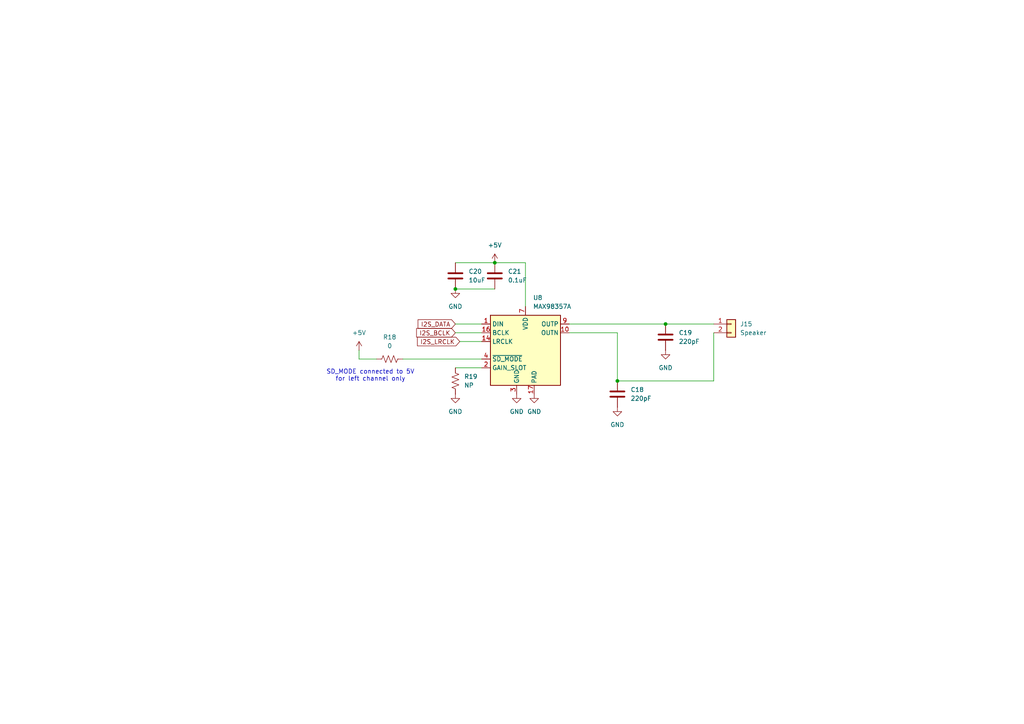
<source format=kicad_sch>
(kicad_sch
	(version 20231120)
	(generator "eeschema")
	(generator_version "8.0")
	(uuid "df73685d-7355-4370-9421-638c518a580c")
	(paper "A4")
	(lib_symbols
		(symbol "Audio:MAX98357A"
			(exclude_from_sim no)
			(in_bom yes)
			(on_board yes)
			(property "Reference" "U"
				(at -8.89 11.43 0)
				(effects
					(font
						(size 1.27 1.27)
					)
				)
			)
			(property "Value" "MAX98357A"
				(at 10.16 11.43 0)
				(effects
					(font
						(size 1.27 1.27)
					)
				)
			)
			(property "Footprint" "Package_DFN_QFN:TQFN-16-1EP_3x3mm_P0.5mm_EP1.23x1.23mm"
				(at -1.27 -2.54 0)
				(effects
					(font
						(size 1.27 1.27)
					)
					(hide yes)
				)
			)
			(property "Datasheet" "https://www.analog.com/media/en/technical-documentation/data-sheets/MAX98357A-MAX98357B.pdf"
				(at 0 -2.54 0)
				(effects
					(font
						(size 1.27 1.27)
					)
					(hide yes)
				)
			)
			(property "Description" "Mono DAC with amplifier, I2S, PCM, TDM, 32-bit, 96khz, 3.2W, TQFP-16"
				(at 0 0 0)
				(effects
					(font
						(size 1.27 1.27)
					)
					(hide yes)
				)
			)
			(property "ki_keywords" "pcm tdm i2s left-justified amplifier audio dac"
				(at 0 0 0)
				(effects
					(font
						(size 1.27 1.27)
					)
					(hide yes)
				)
			)
			(property "ki_fp_filters" "TQFN*3x3mm*P0.5mm*EP1.23x1.23mm*"
				(at 0 0 0)
				(effects
					(font
						(size 1.27 1.27)
					)
					(hide yes)
				)
			)
			(symbol "MAX98357A_1_1"
				(rectangle
					(start -10.16 10.16)
					(end 10.16 -10.16)
					(stroke
						(width 0.254)
						(type default)
					)
					(fill
						(type background)
					)
				)
				(pin input line
					(at -12.7 7.62 0)
					(length 2.54)
					(name "DIN"
						(effects
							(font
								(size 1.27 1.27)
							)
						)
					)
					(number "1"
						(effects
							(font
								(size 1.27 1.27)
							)
						)
					)
				)
				(pin output line
					(at 12.7 5.08 180)
					(length 2.54)
					(name "OUTN"
						(effects
							(font
								(size 1.27 1.27)
							)
						)
					)
					(number "10"
						(effects
							(font
								(size 1.27 1.27)
							)
						)
					)
				)
				(pin passive line
					(at -2.54 -12.7 90)
					(length 2.54) hide
					(name "GND"
						(effects
							(font
								(size 1.27 1.27)
							)
						)
					)
					(number "11"
						(effects
							(font
								(size 1.27 1.27)
							)
						)
					)
				)
				(pin no_connect line
					(at 10.16 -5.08 180)
					(length 2.54) hide
					(name "NC"
						(effects
							(font
								(size 1.27 1.27)
							)
						)
					)
					(number "12"
						(effects
							(font
								(size 1.27 1.27)
							)
						)
					)
				)
				(pin no_connect line
					(at 10.16 -7.62 180)
					(length 2.54) hide
					(name "NC"
						(effects
							(font
								(size 1.27 1.27)
							)
						)
					)
					(number "13"
						(effects
							(font
								(size 1.27 1.27)
							)
						)
					)
				)
				(pin input line
					(at -12.7 2.54 0)
					(length 2.54)
					(name "LRCLK"
						(effects
							(font
								(size 1.27 1.27)
							)
						)
					)
					(number "14"
						(effects
							(font
								(size 1.27 1.27)
							)
						)
					)
				)
				(pin passive line
					(at -2.54 -12.7 90)
					(length 2.54) hide
					(name "GND"
						(effects
							(font
								(size 1.27 1.27)
							)
						)
					)
					(number "15"
						(effects
							(font
								(size 1.27 1.27)
							)
						)
					)
				)
				(pin input line
					(at -12.7 5.08 0)
					(length 2.54)
					(name "BCLK"
						(effects
							(font
								(size 1.27 1.27)
							)
						)
					)
					(number "16"
						(effects
							(font
								(size 1.27 1.27)
							)
						)
					)
				)
				(pin unspecified line
					(at 2.54 -12.7 90)
					(length 2.54)
					(name "PAD"
						(effects
							(font
								(size 1.27 1.27)
							)
						)
					)
					(number "17"
						(effects
							(font
								(size 1.27 1.27)
							)
						)
					)
				)
				(pin passive line
					(at -12.7 -5.08 0)
					(length 2.54)
					(name "GAIN_SLOT"
						(effects
							(font
								(size 1.27 1.27)
							)
						)
					)
					(number "2"
						(effects
							(font
								(size 1.27 1.27)
							)
						)
					)
				)
				(pin power_in line
					(at -2.54 -12.7 90)
					(length 2.54)
					(name "GND"
						(effects
							(font
								(size 1.27 1.27)
							)
						)
					)
					(number "3"
						(effects
							(font
								(size 1.27 1.27)
							)
						)
					)
				)
				(pin input line
					(at -12.7 -2.54 0)
					(length 2.54)
					(name "~{SD_MODE}"
						(effects
							(font
								(size 1.27 1.27)
							)
						)
					)
					(number "4"
						(effects
							(font
								(size 1.27 1.27)
							)
						)
					)
				)
				(pin no_connect line
					(at 10.16 2.54 180)
					(length 2.54) hide
					(name "NC"
						(effects
							(font
								(size 1.27 1.27)
							)
						)
					)
					(number "5"
						(effects
							(font
								(size 1.27 1.27)
							)
						)
					)
				)
				(pin no_connect line
					(at 10.16 0 180)
					(length 2.54) hide
					(name "NC"
						(effects
							(font
								(size 1.27 1.27)
							)
						)
					)
					(number "6"
						(effects
							(font
								(size 1.27 1.27)
							)
						)
					)
				)
				(pin power_in line
					(at 0 12.7 270)
					(length 2.54)
					(name "VDD"
						(effects
							(font
								(size 1.27 1.27)
							)
						)
					)
					(number "7"
						(effects
							(font
								(size 1.27 1.27)
							)
						)
					)
				)
				(pin passive line
					(at 0 12.7 270)
					(length 2.54) hide
					(name "VDD"
						(effects
							(font
								(size 1.27 1.27)
							)
						)
					)
					(number "8"
						(effects
							(font
								(size 1.27 1.27)
							)
						)
					)
				)
				(pin output line
					(at 12.7 7.62 180)
					(length 2.54)
					(name "OUTP"
						(effects
							(font
								(size 1.27 1.27)
							)
						)
					)
					(number "9"
						(effects
							(font
								(size 1.27 1.27)
							)
						)
					)
				)
			)
		)
		(symbol "Connector_Generic:Conn_01x02"
			(pin_names
				(offset 1.016) hide)
			(exclude_from_sim no)
			(in_bom yes)
			(on_board yes)
			(property "Reference" "J"
				(at 0 2.54 0)
				(effects
					(font
						(size 1.27 1.27)
					)
				)
			)
			(property "Value" "Conn_01x02"
				(at 0 -5.08 0)
				(effects
					(font
						(size 1.27 1.27)
					)
				)
			)
			(property "Footprint" ""
				(at 0 0 0)
				(effects
					(font
						(size 1.27 1.27)
					)
					(hide yes)
				)
			)
			(property "Datasheet" "~"
				(at 0 0 0)
				(effects
					(font
						(size 1.27 1.27)
					)
					(hide yes)
				)
			)
			(property "Description" "Generic connector, single row, 01x02, script generated (kicad-library-utils/schlib/autogen/connector/)"
				(at 0 0 0)
				(effects
					(font
						(size 1.27 1.27)
					)
					(hide yes)
				)
			)
			(property "ki_keywords" "connector"
				(at 0 0 0)
				(effects
					(font
						(size 1.27 1.27)
					)
					(hide yes)
				)
			)
			(property "ki_fp_filters" "Connector*:*_1x??_*"
				(at 0 0 0)
				(effects
					(font
						(size 1.27 1.27)
					)
					(hide yes)
				)
			)
			(symbol "Conn_01x02_1_1"
				(rectangle
					(start -1.27 -2.413)
					(end 0 -2.667)
					(stroke
						(width 0.1524)
						(type default)
					)
					(fill
						(type none)
					)
				)
				(rectangle
					(start -1.27 0.127)
					(end 0 -0.127)
					(stroke
						(width 0.1524)
						(type default)
					)
					(fill
						(type none)
					)
				)
				(rectangle
					(start -1.27 1.27)
					(end 1.27 -3.81)
					(stroke
						(width 0.254)
						(type default)
					)
					(fill
						(type background)
					)
				)
				(pin passive line
					(at -5.08 0 0)
					(length 3.81)
					(name "Pin_1"
						(effects
							(font
								(size 1.27 1.27)
							)
						)
					)
					(number "1"
						(effects
							(font
								(size 1.27 1.27)
							)
						)
					)
				)
				(pin passive line
					(at -5.08 -2.54 0)
					(length 3.81)
					(name "Pin_2"
						(effects
							(font
								(size 1.27 1.27)
							)
						)
					)
					(number "2"
						(effects
							(font
								(size 1.27 1.27)
							)
						)
					)
				)
			)
		)
		(symbol "Device:C"
			(pin_numbers hide)
			(pin_names
				(offset 0.254)
			)
			(exclude_from_sim no)
			(in_bom yes)
			(on_board yes)
			(property "Reference" "C"
				(at 0.635 2.54 0)
				(effects
					(font
						(size 1.27 1.27)
					)
					(justify left)
				)
			)
			(property "Value" "C"
				(at 0.635 -2.54 0)
				(effects
					(font
						(size 1.27 1.27)
					)
					(justify left)
				)
			)
			(property "Footprint" ""
				(at 0.9652 -3.81 0)
				(effects
					(font
						(size 1.27 1.27)
					)
					(hide yes)
				)
			)
			(property "Datasheet" "~"
				(at 0 0 0)
				(effects
					(font
						(size 1.27 1.27)
					)
					(hide yes)
				)
			)
			(property "Description" "Unpolarized capacitor"
				(at 0 0 0)
				(effects
					(font
						(size 1.27 1.27)
					)
					(hide yes)
				)
			)
			(property "ki_keywords" "cap capacitor"
				(at 0 0 0)
				(effects
					(font
						(size 1.27 1.27)
					)
					(hide yes)
				)
			)
			(property "ki_fp_filters" "C_*"
				(at 0 0 0)
				(effects
					(font
						(size 1.27 1.27)
					)
					(hide yes)
				)
			)
			(symbol "C_0_1"
				(polyline
					(pts
						(xy -2.032 -0.762) (xy 2.032 -0.762)
					)
					(stroke
						(width 0.508)
						(type default)
					)
					(fill
						(type none)
					)
				)
				(polyline
					(pts
						(xy -2.032 0.762) (xy 2.032 0.762)
					)
					(stroke
						(width 0.508)
						(type default)
					)
					(fill
						(type none)
					)
				)
			)
			(symbol "C_1_1"
				(pin passive line
					(at 0 3.81 270)
					(length 2.794)
					(name "~"
						(effects
							(font
								(size 1.27 1.27)
							)
						)
					)
					(number "1"
						(effects
							(font
								(size 1.27 1.27)
							)
						)
					)
				)
				(pin passive line
					(at 0 -3.81 90)
					(length 2.794)
					(name "~"
						(effects
							(font
								(size 1.27 1.27)
							)
						)
					)
					(number "2"
						(effects
							(font
								(size 1.27 1.27)
							)
						)
					)
				)
			)
		)
		(symbol "Device:R_US"
			(pin_numbers hide)
			(pin_names
				(offset 0)
			)
			(exclude_from_sim no)
			(in_bom yes)
			(on_board yes)
			(property "Reference" "R"
				(at 2.54 0 90)
				(effects
					(font
						(size 1.27 1.27)
					)
				)
			)
			(property "Value" "R_US"
				(at -2.54 0 90)
				(effects
					(font
						(size 1.27 1.27)
					)
				)
			)
			(property "Footprint" ""
				(at 1.016 -0.254 90)
				(effects
					(font
						(size 1.27 1.27)
					)
					(hide yes)
				)
			)
			(property "Datasheet" "~"
				(at 0 0 0)
				(effects
					(font
						(size 1.27 1.27)
					)
					(hide yes)
				)
			)
			(property "Description" "Resistor, US symbol"
				(at 0 0 0)
				(effects
					(font
						(size 1.27 1.27)
					)
					(hide yes)
				)
			)
			(property "ki_keywords" "R res resistor"
				(at 0 0 0)
				(effects
					(font
						(size 1.27 1.27)
					)
					(hide yes)
				)
			)
			(property "ki_fp_filters" "R_*"
				(at 0 0 0)
				(effects
					(font
						(size 1.27 1.27)
					)
					(hide yes)
				)
			)
			(symbol "R_US_0_1"
				(polyline
					(pts
						(xy 0 -2.286) (xy 0 -2.54)
					)
					(stroke
						(width 0)
						(type default)
					)
					(fill
						(type none)
					)
				)
				(polyline
					(pts
						(xy 0 2.286) (xy 0 2.54)
					)
					(stroke
						(width 0)
						(type default)
					)
					(fill
						(type none)
					)
				)
				(polyline
					(pts
						(xy 0 -0.762) (xy 1.016 -1.143) (xy 0 -1.524) (xy -1.016 -1.905) (xy 0 -2.286)
					)
					(stroke
						(width 0)
						(type default)
					)
					(fill
						(type none)
					)
				)
				(polyline
					(pts
						(xy 0 0.762) (xy 1.016 0.381) (xy 0 0) (xy -1.016 -0.381) (xy 0 -0.762)
					)
					(stroke
						(width 0)
						(type default)
					)
					(fill
						(type none)
					)
				)
				(polyline
					(pts
						(xy 0 2.286) (xy 1.016 1.905) (xy 0 1.524) (xy -1.016 1.143) (xy 0 0.762)
					)
					(stroke
						(width 0)
						(type default)
					)
					(fill
						(type none)
					)
				)
			)
			(symbol "R_US_1_1"
				(pin passive line
					(at 0 3.81 270)
					(length 1.27)
					(name "~"
						(effects
							(font
								(size 1.27 1.27)
							)
						)
					)
					(number "1"
						(effects
							(font
								(size 1.27 1.27)
							)
						)
					)
				)
				(pin passive line
					(at 0 -3.81 90)
					(length 1.27)
					(name "~"
						(effects
							(font
								(size 1.27 1.27)
							)
						)
					)
					(number "2"
						(effects
							(font
								(size 1.27 1.27)
							)
						)
					)
				)
			)
		)
		(symbol "power:+5V"
			(power)
			(pin_numbers hide)
			(pin_names
				(offset 0) hide)
			(exclude_from_sim no)
			(in_bom yes)
			(on_board yes)
			(property "Reference" "#PWR"
				(at 0 -3.81 0)
				(effects
					(font
						(size 1.27 1.27)
					)
					(hide yes)
				)
			)
			(property "Value" "+5V"
				(at 0 3.556 0)
				(effects
					(font
						(size 1.27 1.27)
					)
				)
			)
			(property "Footprint" ""
				(at 0 0 0)
				(effects
					(font
						(size 1.27 1.27)
					)
					(hide yes)
				)
			)
			(property "Datasheet" ""
				(at 0 0 0)
				(effects
					(font
						(size 1.27 1.27)
					)
					(hide yes)
				)
			)
			(property "Description" "Power symbol creates a global label with name \"+5V\""
				(at 0 0 0)
				(effects
					(font
						(size 1.27 1.27)
					)
					(hide yes)
				)
			)
			(property "ki_keywords" "global power"
				(at 0 0 0)
				(effects
					(font
						(size 1.27 1.27)
					)
					(hide yes)
				)
			)
			(symbol "+5V_0_1"
				(polyline
					(pts
						(xy -0.762 1.27) (xy 0 2.54)
					)
					(stroke
						(width 0)
						(type default)
					)
					(fill
						(type none)
					)
				)
				(polyline
					(pts
						(xy 0 0) (xy 0 2.54)
					)
					(stroke
						(width 0)
						(type default)
					)
					(fill
						(type none)
					)
				)
				(polyline
					(pts
						(xy 0 2.54) (xy 0.762 1.27)
					)
					(stroke
						(width 0)
						(type default)
					)
					(fill
						(type none)
					)
				)
			)
			(symbol "+5V_1_1"
				(pin power_in line
					(at 0 0 90)
					(length 0)
					(name "~"
						(effects
							(font
								(size 1.27 1.27)
							)
						)
					)
					(number "1"
						(effects
							(font
								(size 1.27 1.27)
							)
						)
					)
				)
			)
		)
		(symbol "power:GND"
			(power)
			(pin_numbers hide)
			(pin_names
				(offset 0) hide)
			(exclude_from_sim no)
			(in_bom yes)
			(on_board yes)
			(property "Reference" "#PWR"
				(at 0 -6.35 0)
				(effects
					(font
						(size 1.27 1.27)
					)
					(hide yes)
				)
			)
			(property "Value" "GND"
				(at 0 -3.81 0)
				(effects
					(font
						(size 1.27 1.27)
					)
				)
			)
			(property "Footprint" ""
				(at 0 0 0)
				(effects
					(font
						(size 1.27 1.27)
					)
					(hide yes)
				)
			)
			(property "Datasheet" ""
				(at 0 0 0)
				(effects
					(font
						(size 1.27 1.27)
					)
					(hide yes)
				)
			)
			(property "Description" "Power symbol creates a global label with name \"GND\" , ground"
				(at 0 0 0)
				(effects
					(font
						(size 1.27 1.27)
					)
					(hide yes)
				)
			)
			(property "ki_keywords" "global power"
				(at 0 0 0)
				(effects
					(font
						(size 1.27 1.27)
					)
					(hide yes)
				)
			)
			(symbol "GND_0_1"
				(polyline
					(pts
						(xy 0 0) (xy 0 -1.27) (xy 1.27 -1.27) (xy 0 -2.54) (xy -1.27 -1.27) (xy 0 -1.27)
					)
					(stroke
						(width 0)
						(type default)
					)
					(fill
						(type none)
					)
				)
			)
			(symbol "GND_1_1"
				(pin power_in line
					(at 0 0 270)
					(length 0)
					(name "~"
						(effects
							(font
								(size 1.27 1.27)
							)
						)
					)
					(number "1"
						(effects
							(font
								(size 1.27 1.27)
							)
						)
					)
				)
			)
		)
	)
	(junction
		(at 179.07 110.49)
		(diameter 0)
		(color 0 0 0 0)
		(uuid "35cd2bf5-a651-4c23-a5a5-785ef5b42c82")
	)
	(junction
		(at 132.08 83.82)
		(diameter 0)
		(color 0 0 0 0)
		(uuid "5b2bebfa-63ca-4938-8147-91e39cd27e29")
	)
	(junction
		(at 193.04 93.98)
		(diameter 0)
		(color 0 0 0 0)
		(uuid "858161cb-af9a-4bad-99ff-2ea8670540b2")
	)
	(junction
		(at 143.51 76.2)
		(diameter 0)
		(color 0 0 0 0)
		(uuid "d502554d-473d-4d29-9671-b01e01c614d5")
	)
	(wire
		(pts
			(xy 104.14 104.14) (xy 104.14 101.6)
		)
		(stroke
			(width 0)
			(type default)
		)
		(uuid "0624a835-268a-4575-b50c-0c24f6fb6ace")
	)
	(wire
		(pts
			(xy 143.51 76.2) (xy 152.4 76.2)
		)
		(stroke
			(width 0)
			(type default)
		)
		(uuid "11cbe0e6-edb1-486c-b00d-3202360b1e0e")
	)
	(wire
		(pts
			(xy 132.08 83.82) (xy 143.51 83.82)
		)
		(stroke
			(width 0)
			(type default)
		)
		(uuid "2594eb99-805b-431f-9845-f1781715b75b")
	)
	(wire
		(pts
			(xy 179.07 96.52) (xy 179.07 110.49)
		)
		(stroke
			(width 0)
			(type default)
		)
		(uuid "3cc51fca-0629-41f8-998e-aabe7a81e05c")
	)
	(wire
		(pts
			(xy 152.4 76.2) (xy 152.4 88.9)
		)
		(stroke
			(width 0)
			(type default)
		)
		(uuid "422049e8-8dc0-4dfc-acb3-b858e068f0e2")
	)
	(wire
		(pts
			(xy 132.08 76.2) (xy 143.51 76.2)
		)
		(stroke
			(width 0)
			(type default)
		)
		(uuid "4f4854fa-044a-4c12-8524-964628339af6")
	)
	(wire
		(pts
			(xy 132.08 96.52) (xy 139.7 96.52)
		)
		(stroke
			(width 0)
			(type default)
		)
		(uuid "5045fb93-4a26-4696-bbc6-8528b0eacb6b")
	)
	(wire
		(pts
			(xy 179.07 96.52) (xy 165.1 96.52)
		)
		(stroke
			(width 0)
			(type default)
		)
		(uuid "5b9cef89-3fd2-4259-a4f6-2f4b80a5a354")
	)
	(wire
		(pts
			(xy 207.01 110.49) (xy 179.07 110.49)
		)
		(stroke
			(width 0)
			(type default)
		)
		(uuid "5e708168-0901-43e3-9183-70e229c60673")
	)
	(wire
		(pts
			(xy 207.01 96.52) (xy 207.01 110.49)
		)
		(stroke
			(width 0)
			(type default)
		)
		(uuid "69fdf66d-e70f-47bd-b16f-f2131484f841")
	)
	(wire
		(pts
			(xy 132.08 106.68) (xy 139.7 106.68)
		)
		(stroke
			(width 0)
			(type default)
		)
		(uuid "7f5bd0a0-c4ab-47a4-80fe-f1b46b7858dc")
	)
	(wire
		(pts
			(xy 116.84 104.14) (xy 139.7 104.14)
		)
		(stroke
			(width 0)
			(type default)
		)
		(uuid "a34decfd-d43b-4be9-a7d7-0889016ea3b9")
	)
	(wire
		(pts
			(xy 104.14 104.14) (xy 109.22 104.14)
		)
		(stroke
			(width 0)
			(type default)
		)
		(uuid "c01c16ad-c23a-4d70-adfa-5ae5635cfb76")
	)
	(wire
		(pts
			(xy 165.1 93.98) (xy 193.04 93.98)
		)
		(stroke
			(width 0)
			(type default)
		)
		(uuid "c7960e7e-a013-41d3-86f7-591d1d206a61")
	)
	(wire
		(pts
			(xy 132.08 93.98) (xy 139.7 93.98)
		)
		(stroke
			(width 0)
			(type default)
		)
		(uuid "c9ce9b95-3f20-4654-8a51-9cc34f2c7ce9")
	)
	(wire
		(pts
			(xy 133.35 99.06) (xy 139.7 99.06)
		)
		(stroke
			(width 0)
			(type default)
		)
		(uuid "d3f2e924-9590-462e-8771-19849df596ef")
	)
	(wire
		(pts
			(xy 193.04 93.98) (xy 207.01 93.98)
		)
		(stroke
			(width 0)
			(type default)
		)
		(uuid "e362db20-fc8d-44f9-8e6f-b98e30ac7128")
	)
	(text "SD_MODE connected to 5V\nfor left channel only\n"
		(exclude_from_sim no)
		(at 107.442 108.966 0)
		(effects
			(font
				(size 1.27 1.27)
			)
		)
		(uuid "eb964b54-e97d-459c-8879-2c403f717bdf")
	)
	(global_label "I2S_DATA"
		(shape input)
		(at 132.08 93.98 180)
		(fields_autoplaced yes)
		(effects
			(font
				(size 1.27 1.27)
			)
			(justify right)
		)
		(uuid "44d3b98d-4559-4e09-a86b-09385c5d52da")
		(property "Intersheetrefs" "${INTERSHEET_REFS}"
			(at 120.6886 93.98 0)
			(effects
				(font
					(size 1.27 1.27)
				)
				(justify right)
				(hide yes)
			)
		)
	)
	(global_label "I2S_BCLK"
		(shape input)
		(at 132.08 96.52 180)
		(fields_autoplaced yes)
		(effects
			(font
				(size 1.27 1.27)
			)
			(justify right)
		)
		(uuid "73d38840-3507-4c82-8614-24a56d404125")
		(property "Intersheetrefs" "${INTERSHEET_REFS}"
			(at 120.2653 96.52 0)
			(effects
				(font
					(size 1.27 1.27)
				)
				(justify right)
				(hide yes)
			)
		)
	)
	(global_label "I2S_LRCLK"
		(shape input)
		(at 133.35 99.06 180)
		(fields_autoplaced yes)
		(effects
			(font
				(size 1.27 1.27)
			)
			(justify right)
		)
		(uuid "ea0ff838-bb22-4a64-a360-af56494e79f5")
		(property "Intersheetrefs" "${INTERSHEET_REFS}"
			(at 120.5072 99.06 0)
			(effects
				(font
					(size 1.27 1.27)
				)
				(justify right)
				(hide yes)
			)
		)
	)
	(symbol
		(lib_id "Connector_Generic:Conn_01x02")
		(at 212.09 93.98 0)
		(unit 1)
		(exclude_from_sim no)
		(in_bom yes)
		(on_board yes)
		(dnp no)
		(fields_autoplaced yes)
		(uuid "0e571e22-c261-436c-b445-2258a0108294")
		(property "Reference" "J15"
			(at 214.63 93.9799 0)
			(effects
				(font
					(size 1.27 1.27)
				)
				(justify left)
			)
		)
		(property "Value" "Speaker"
			(at 214.63 96.5199 0)
			(effects
				(font
					(size 1.27 1.27)
				)
				(justify left)
			)
		)
		(property "Footprint" "Connector_JST:JST_GH_BM02B-GHS-TBT_1x02-1MP_P1.25mm_Vertical"
			(at 212.09 93.98 0)
			(effects
				(font
					(size 1.27 1.27)
				)
				(hide yes)
			)
		)
		(property "Datasheet" "~"
			(at 212.09 93.98 0)
			(effects
				(font
					(size 1.27 1.27)
				)
				(hide yes)
			)
		)
		(property "Description" "Generic connector, single row, 01x02, script generated (kicad-library-utils/schlib/autogen/connector/)"
			(at 212.09 93.98 0)
			(effects
				(font
					(size 1.27 1.27)
				)
				(hide yes)
			)
		)
		(pin "2"
			(uuid "985c757a-13d7-45d0-a4b6-98f526e4bf8c")
		)
		(pin "1"
			(uuid "539ba8de-b38a-4c7b-9aab-199972f13d97")
		)
		(instances
			(project "FS6"
				(path "/f9f54452-72bc-42e0-a85c-2b2c5cedd536/069004a8-8e7b-484b-a9d3-3826265afee6"
					(reference "J15")
					(unit 1)
				)
			)
		)
	)
	(symbol
		(lib_id "Device:R_US")
		(at 132.08 110.49 180)
		(unit 1)
		(exclude_from_sim no)
		(in_bom yes)
		(on_board yes)
		(dnp no)
		(fields_autoplaced yes)
		(uuid "107cbe60-d1f3-400d-ad8e-cbf81c2e58ce")
		(property "Reference" "R19"
			(at 134.62 109.2199 0)
			(effects
				(font
					(size 1.27 1.27)
				)
				(justify right)
			)
		)
		(property "Value" "NP"
			(at 134.62 111.7599 0)
			(effects
				(font
					(size 1.27 1.27)
				)
				(justify right)
			)
		)
		(property "Footprint" "Resistor_SMD:R_0805_2012Metric_Pad1.20x1.40mm_HandSolder"
			(at 131.064 110.236 90)
			(effects
				(font
					(size 1.27 1.27)
				)
				(hide yes)
			)
		)
		(property "Datasheet" "~"
			(at 132.08 110.49 0)
			(effects
				(font
					(size 1.27 1.27)
				)
				(hide yes)
			)
		)
		(property "Description" "Resistor, US symbol"
			(at 132.08 110.49 0)
			(effects
				(font
					(size 1.27 1.27)
				)
				(hide yes)
			)
		)
		(pin "1"
			(uuid "97435626-b323-455b-87e1-e1660430f71a")
		)
		(pin "2"
			(uuid "bc3df974-d9ad-42a2-8c9c-3b99babf77af")
		)
		(instances
			(project "FS6"
				(path "/f9f54452-72bc-42e0-a85c-2b2c5cedd536/069004a8-8e7b-484b-a9d3-3826265afee6"
					(reference "R19")
					(unit 1)
				)
			)
		)
	)
	(symbol
		(lib_id "power:+5V")
		(at 104.14 101.6 0)
		(unit 1)
		(exclude_from_sim no)
		(in_bom yes)
		(on_board yes)
		(dnp no)
		(fields_autoplaced yes)
		(uuid "206d022c-416b-4482-b4f8-dfa048a5f5c5")
		(property "Reference" "#PWR036"
			(at 104.14 105.41 0)
			(effects
				(font
					(size 1.27 1.27)
				)
				(hide yes)
			)
		)
		(property "Value" "+5V"
			(at 104.14 96.52 0)
			(effects
				(font
					(size 1.27 1.27)
				)
			)
		)
		(property "Footprint" ""
			(at 104.14 101.6 0)
			(effects
				(font
					(size 1.27 1.27)
				)
				(hide yes)
			)
		)
		(property "Datasheet" ""
			(at 104.14 101.6 0)
			(effects
				(font
					(size 1.27 1.27)
				)
				(hide yes)
			)
		)
		(property "Description" "Power symbol creates a global label with name \"+5V\""
			(at 104.14 101.6 0)
			(effects
				(font
					(size 1.27 1.27)
				)
				(hide yes)
			)
		)
		(pin "1"
			(uuid "388ce1f7-755b-44ab-9c72-dda723b24cef")
		)
		(instances
			(project "FS6"
				(path "/f9f54452-72bc-42e0-a85c-2b2c5cedd536/069004a8-8e7b-484b-a9d3-3826265afee6"
					(reference "#PWR036")
					(unit 1)
				)
			)
		)
	)
	(symbol
		(lib_id "power:GND")
		(at 132.08 114.3 0)
		(unit 1)
		(exclude_from_sim no)
		(in_bom yes)
		(on_board yes)
		(dnp no)
		(fields_autoplaced yes)
		(uuid "43f0c874-ca1e-4c2a-907b-113aca22fddb")
		(property "Reference" "#PWR038"
			(at 132.08 120.65 0)
			(effects
				(font
					(size 1.27 1.27)
				)
				(hide yes)
			)
		)
		(property "Value" "GND"
			(at 132.08 119.38 0)
			(effects
				(font
					(size 1.27 1.27)
				)
			)
		)
		(property "Footprint" ""
			(at 132.08 114.3 0)
			(effects
				(font
					(size 1.27 1.27)
				)
				(hide yes)
			)
		)
		(property "Datasheet" ""
			(at 132.08 114.3 0)
			(effects
				(font
					(size 1.27 1.27)
				)
				(hide yes)
			)
		)
		(property "Description" "Power symbol creates a global label with name \"GND\" , ground"
			(at 132.08 114.3 0)
			(effects
				(font
					(size 1.27 1.27)
				)
				(hide yes)
			)
		)
		(pin "1"
			(uuid "f9bf7443-a2cf-4eac-a67a-e5379c364d68")
		)
		(instances
			(project "FS6"
				(path "/f9f54452-72bc-42e0-a85c-2b2c5cedd536/069004a8-8e7b-484b-a9d3-3826265afee6"
					(reference "#PWR038")
					(unit 1)
				)
			)
		)
	)
	(symbol
		(lib_id "power:GND")
		(at 149.86 114.3 0)
		(unit 1)
		(exclude_from_sim no)
		(in_bom yes)
		(on_board yes)
		(dnp no)
		(fields_autoplaced yes)
		(uuid "466fe491-8936-4daa-89ab-b020e3ff656a")
		(property "Reference" "#PWR040"
			(at 149.86 120.65 0)
			(effects
				(font
					(size 1.27 1.27)
				)
				(hide yes)
			)
		)
		(property "Value" "GND"
			(at 149.86 119.38 0)
			(effects
				(font
					(size 1.27 1.27)
				)
			)
		)
		(property "Footprint" ""
			(at 149.86 114.3 0)
			(effects
				(font
					(size 1.27 1.27)
				)
				(hide yes)
			)
		)
		(property "Datasheet" ""
			(at 149.86 114.3 0)
			(effects
				(font
					(size 1.27 1.27)
				)
				(hide yes)
			)
		)
		(property "Description" "Power symbol creates a global label with name \"GND\" , ground"
			(at 149.86 114.3 0)
			(effects
				(font
					(size 1.27 1.27)
				)
				(hide yes)
			)
		)
		(pin "1"
			(uuid "aafd19f9-9ea0-4e90-b71a-67708cc431f2")
		)
		(instances
			(project "FS6"
				(path "/f9f54452-72bc-42e0-a85c-2b2c5cedd536/069004a8-8e7b-484b-a9d3-3826265afee6"
					(reference "#PWR040")
					(unit 1)
				)
			)
		)
	)
	(symbol
		(lib_id "power:GND")
		(at 179.07 118.11 0)
		(unit 1)
		(exclude_from_sim no)
		(in_bom yes)
		(on_board yes)
		(dnp no)
		(fields_autoplaced yes)
		(uuid "5597448e-499d-47b6-97e4-19d56a9a61e2")
		(property "Reference" "#PWR042"
			(at 179.07 124.46 0)
			(effects
				(font
					(size 1.27 1.27)
				)
				(hide yes)
			)
		)
		(property "Value" "GND"
			(at 179.07 123.19 0)
			(effects
				(font
					(size 1.27 1.27)
				)
			)
		)
		(property "Footprint" ""
			(at 179.07 118.11 0)
			(effects
				(font
					(size 1.27 1.27)
				)
				(hide yes)
			)
		)
		(property "Datasheet" ""
			(at 179.07 118.11 0)
			(effects
				(font
					(size 1.27 1.27)
				)
				(hide yes)
			)
		)
		(property "Description" "Power symbol creates a global label with name \"GND\" , ground"
			(at 179.07 118.11 0)
			(effects
				(font
					(size 1.27 1.27)
				)
				(hide yes)
			)
		)
		(pin "1"
			(uuid "e649f40c-6229-486c-841e-c7946f178d95")
		)
		(instances
			(project "FS6"
				(path "/f9f54452-72bc-42e0-a85c-2b2c5cedd536/069004a8-8e7b-484b-a9d3-3826265afee6"
					(reference "#PWR042")
					(unit 1)
				)
			)
		)
	)
	(symbol
		(lib_id "Device:C")
		(at 179.07 114.3 0)
		(unit 1)
		(exclude_from_sim no)
		(in_bom yes)
		(on_board yes)
		(dnp no)
		(fields_autoplaced yes)
		(uuid "710d46eb-8b0c-492e-8edf-c5f338d82c60")
		(property "Reference" "C18"
			(at 182.88 113.0299 0)
			(effects
				(font
					(size 1.27 1.27)
				)
				(justify left)
			)
		)
		(property "Value" "220pF"
			(at 182.88 115.5699 0)
			(effects
				(font
					(size 1.27 1.27)
				)
				(justify left)
			)
		)
		(property "Footprint" "Capacitor_SMD:C_0805_2012Metric_Pad1.18x1.45mm_HandSolder"
			(at 180.0352 118.11 0)
			(effects
				(font
					(size 1.27 1.27)
				)
				(hide yes)
			)
		)
		(property "Datasheet" "~"
			(at 179.07 114.3 0)
			(effects
				(font
					(size 1.27 1.27)
				)
				(hide yes)
			)
		)
		(property "Description" "Unpolarized capacitor"
			(at 179.07 114.3 0)
			(effects
				(font
					(size 1.27 1.27)
				)
				(hide yes)
			)
		)
		(pin "2"
			(uuid "b647ee78-ed68-44ff-be8e-f9c480acdae7")
		)
		(pin "1"
			(uuid "daf2829b-3149-406f-ae19-56cccd7ff8b9")
		)
		(instances
			(project "FS6"
				(path "/f9f54452-72bc-42e0-a85c-2b2c5cedd536/069004a8-8e7b-484b-a9d3-3826265afee6"
					(reference "C18")
					(unit 1)
				)
			)
		)
	)
	(symbol
		(lib_id "Device:C")
		(at 143.51 80.01 0)
		(unit 1)
		(exclude_from_sim no)
		(in_bom yes)
		(on_board yes)
		(dnp no)
		(fields_autoplaced yes)
		(uuid "76340bd7-5dba-45a9-abac-7c6e6e5afae1")
		(property "Reference" "C21"
			(at 147.32 78.7399 0)
			(effects
				(font
					(size 1.27 1.27)
				)
				(justify left)
			)
		)
		(property "Value" "0.1uF"
			(at 147.32 81.2799 0)
			(effects
				(font
					(size 1.27 1.27)
				)
				(justify left)
			)
		)
		(property "Footprint" "Capacitor_SMD:C_0805_2012Metric_Pad1.18x1.45mm_HandSolder"
			(at 144.4752 83.82 0)
			(effects
				(font
					(size 1.27 1.27)
				)
				(hide yes)
			)
		)
		(property "Datasheet" "~"
			(at 143.51 80.01 0)
			(effects
				(font
					(size 1.27 1.27)
				)
				(hide yes)
			)
		)
		(property "Description" "Unpolarized capacitor"
			(at 143.51 80.01 0)
			(effects
				(font
					(size 1.27 1.27)
				)
				(hide yes)
			)
		)
		(pin "1"
			(uuid "ce681459-34c5-461f-8acf-990b764182c3")
		)
		(pin "2"
			(uuid "22570bfc-b9ad-4046-8b88-8824aae3abd3")
		)
		(instances
			(project "FS6"
				(path "/f9f54452-72bc-42e0-a85c-2b2c5cedd536/069004a8-8e7b-484b-a9d3-3826265afee6"
					(reference "C21")
					(unit 1)
				)
			)
		)
	)
	(symbol
		(lib_id "power:GND")
		(at 193.04 101.6 0)
		(unit 1)
		(exclude_from_sim no)
		(in_bom yes)
		(on_board yes)
		(dnp no)
		(fields_autoplaced yes)
		(uuid "7d65fd7a-8c0b-43e6-bebf-c40dd3767c86")
		(property "Reference" "#PWR043"
			(at 193.04 107.95 0)
			(effects
				(font
					(size 1.27 1.27)
				)
				(hide yes)
			)
		)
		(property "Value" "GND"
			(at 193.04 106.68 0)
			(effects
				(font
					(size 1.27 1.27)
				)
			)
		)
		(property "Footprint" ""
			(at 193.04 101.6 0)
			(effects
				(font
					(size 1.27 1.27)
				)
				(hide yes)
			)
		)
		(property "Datasheet" ""
			(at 193.04 101.6 0)
			(effects
				(font
					(size 1.27 1.27)
				)
				(hide yes)
			)
		)
		(property "Description" "Power symbol creates a global label with name \"GND\" , ground"
			(at 193.04 101.6 0)
			(effects
				(font
					(size 1.27 1.27)
				)
				(hide yes)
			)
		)
		(pin "1"
			(uuid "da1ccc6a-c15a-48d4-a91d-f29d0623624a")
		)
		(instances
			(project "FS6"
				(path "/f9f54452-72bc-42e0-a85c-2b2c5cedd536/069004a8-8e7b-484b-a9d3-3826265afee6"
					(reference "#PWR043")
					(unit 1)
				)
			)
		)
	)
	(symbol
		(lib_id "Audio:MAX98357A")
		(at 152.4 101.6 0)
		(unit 1)
		(exclude_from_sim no)
		(in_bom yes)
		(on_board yes)
		(dnp no)
		(fields_autoplaced yes)
		(uuid "9732533d-6337-47b3-b5df-4380986bbf4b")
		(property "Reference" "U8"
			(at 154.5941 86.36 0)
			(effects
				(font
					(size 1.27 1.27)
				)
				(justify left)
			)
		)
		(property "Value" "MAX98357A"
			(at 154.5941 88.9 0)
			(effects
				(font
					(size 1.27 1.27)
				)
				(justify left)
			)
		)
		(property "Footprint" "Package_DFN_QFN:TQFN-16-1EP_3x3mm_P0.5mm_EP1.23x1.23mm"
			(at 151.13 104.14 0)
			(effects
				(font
					(size 1.27 1.27)
				)
				(hide yes)
			)
		)
		(property "Datasheet" "https://www.analog.com/media/en/technical-documentation/data-sheets/MAX98357A-MAX98357B.pdf"
			(at 152.4 104.14 0)
			(effects
				(font
					(size 1.27 1.27)
				)
				(hide yes)
			)
		)
		(property "Description" "Mono DAC with amplifier, I2S, PCM, TDM, 32-bit, 96khz, 3.2W, TQFP-16"
			(at 152.4 101.6 0)
			(effects
				(font
					(size 1.27 1.27)
				)
				(hide yes)
			)
		)
		(pin "7"
			(uuid "3fe59d01-c802-4b1c-9ebd-40b2b96e5a4b")
		)
		(pin "10"
			(uuid "a632fc50-a088-4d67-8f6b-eb17ba25ac7c")
		)
		(pin "2"
			(uuid "637ee57f-ad67-4d25-ae38-ebaebdbfc137")
		)
		(pin "11"
			(uuid "d218db73-402e-4253-8874-cb96d4a4b04a")
		)
		(pin "9"
			(uuid "3d61998f-897d-4726-a3d6-9cce8183b5a8")
		)
		(pin "1"
			(uuid "09cb8db8-b9fa-4054-acc7-30f6a619b03a")
		)
		(pin "16"
			(uuid "3938e152-3d1f-47b1-a616-198e1014d0bf")
		)
		(pin "15"
			(uuid "987e8e82-99d9-4b98-a0a8-1c4564ba09d9")
		)
		(pin "5"
			(uuid "97ab917b-4f40-4e8c-9998-50a256cae6ca")
		)
		(pin "6"
			(uuid "dce4bd03-c5a6-4570-aa4f-ee85b520cad2")
		)
		(pin "14"
			(uuid "ba67e527-daa4-4d52-9b71-ec2e9ab4b55e")
		)
		(pin "12"
			(uuid "e8a92d75-6e89-4d3d-8112-53613838a856")
		)
		(pin "4"
			(uuid "e0f37eb2-156e-4a9a-8688-ce0002eea12b")
		)
		(pin "17"
			(uuid "bbbab0de-7d60-4969-904d-8b57097039ff")
		)
		(pin "13"
			(uuid "5f8c093c-89dd-4a0c-8609-d94ff45e4e4a")
		)
		(pin "3"
			(uuid "bc52c478-da35-4b97-a281-ed6d9fec4fe6")
		)
		(pin "8"
			(uuid "b964672d-d6b0-48e0-b1e8-82b943b8effc")
		)
		(instances
			(project "FS6"
				(path "/f9f54452-72bc-42e0-a85c-2b2c5cedd536/069004a8-8e7b-484b-a9d3-3826265afee6"
					(reference "U8")
					(unit 1)
				)
			)
		)
	)
	(symbol
		(lib_id "Device:R_US")
		(at 113.03 104.14 90)
		(unit 1)
		(exclude_from_sim no)
		(in_bom yes)
		(on_board yes)
		(dnp no)
		(fields_autoplaced yes)
		(uuid "bbb1d0f6-17c1-4865-9657-59a60460657b")
		(property "Reference" "R18"
			(at 113.03 97.79 90)
			(effects
				(font
					(size 1.27 1.27)
				)
			)
		)
		(property "Value" "0"
			(at 113.03 100.33 90)
			(effects
				(font
					(size 1.27 1.27)
				)
			)
		)
		(property "Footprint" "Resistor_SMD:R_0805_2012Metric_Pad1.20x1.40mm_HandSolder"
			(at 113.284 103.124 90)
			(effects
				(font
					(size 1.27 1.27)
				)
				(hide yes)
			)
		)
		(property "Datasheet" "~"
			(at 113.03 104.14 0)
			(effects
				(font
					(size 1.27 1.27)
				)
				(hide yes)
			)
		)
		(property "Description" "Resistor, US symbol"
			(at 113.03 104.14 0)
			(effects
				(font
					(size 1.27 1.27)
				)
				(hide yes)
			)
		)
		(pin "1"
			(uuid "61375fdc-2e32-4429-a35d-7ef889cc974f")
		)
		(pin "2"
			(uuid "d05dcd5b-ab12-4f05-be89-d56a422a9071")
		)
		(instances
			(project "FS6"
				(path "/f9f54452-72bc-42e0-a85c-2b2c5cedd536/069004a8-8e7b-484b-a9d3-3826265afee6"
					(reference "R18")
					(unit 1)
				)
			)
		)
	)
	(symbol
		(lib_id "Device:C")
		(at 132.08 80.01 0)
		(unit 1)
		(exclude_from_sim no)
		(in_bom yes)
		(on_board yes)
		(dnp no)
		(fields_autoplaced yes)
		(uuid "ce56e745-bd14-4731-9730-a0d066412148")
		(property "Reference" "C20"
			(at 135.89 78.7399 0)
			(effects
				(font
					(size 1.27 1.27)
				)
				(justify left)
			)
		)
		(property "Value" "10uF"
			(at 135.89 81.2799 0)
			(effects
				(font
					(size 1.27 1.27)
				)
				(justify left)
			)
		)
		(property "Footprint" "Capacitor_SMD:C_0805_2012Metric_Pad1.18x1.45mm_HandSolder"
			(at 133.0452 83.82 0)
			(effects
				(font
					(size 1.27 1.27)
				)
				(hide yes)
			)
		)
		(property "Datasheet" "~"
			(at 132.08 80.01 0)
			(effects
				(font
					(size 1.27 1.27)
				)
				(hide yes)
			)
		)
		(property "Description" "Unpolarized capacitor"
			(at 132.08 80.01 0)
			(effects
				(font
					(size 1.27 1.27)
				)
				(hide yes)
			)
		)
		(pin "1"
			(uuid "1978b49e-c5a5-420f-ab7f-ef73dd66e6cc")
		)
		(pin "2"
			(uuid "9a131ee1-1400-43d3-8928-0b70ad5d03ab")
		)
		(instances
			(project "FS6"
				(path "/f9f54452-72bc-42e0-a85c-2b2c5cedd536/069004a8-8e7b-484b-a9d3-3826265afee6"
					(reference "C20")
					(unit 1)
				)
			)
		)
	)
	(symbol
		(lib_id "power:+5V")
		(at 143.51 76.2 0)
		(unit 1)
		(exclude_from_sim no)
		(in_bom yes)
		(on_board yes)
		(dnp no)
		(fields_autoplaced yes)
		(uuid "d351076a-79cf-4e6f-9f3a-0886ad4b4112")
		(property "Reference" "#PWR039"
			(at 143.51 80.01 0)
			(effects
				(font
					(size 1.27 1.27)
				)
				(hide yes)
			)
		)
		(property "Value" "+5V"
			(at 143.51 71.12 0)
			(effects
				(font
					(size 1.27 1.27)
				)
			)
		)
		(property "Footprint" ""
			(at 143.51 76.2 0)
			(effects
				(font
					(size 1.27 1.27)
				)
				(hide yes)
			)
		)
		(property "Datasheet" ""
			(at 143.51 76.2 0)
			(effects
				(font
					(size 1.27 1.27)
				)
				(hide yes)
			)
		)
		(property "Description" "Power symbol creates a global label with name \"+5V\""
			(at 143.51 76.2 0)
			(effects
				(font
					(size 1.27 1.27)
				)
				(hide yes)
			)
		)
		(pin "1"
			(uuid "710ae39d-2bb1-4665-9214-e09678e26751")
		)
		(instances
			(project "FS6"
				(path "/f9f54452-72bc-42e0-a85c-2b2c5cedd536/069004a8-8e7b-484b-a9d3-3826265afee6"
					(reference "#PWR039")
					(unit 1)
				)
			)
		)
	)
	(symbol
		(lib_id "power:GND")
		(at 154.94 114.3 0)
		(unit 1)
		(exclude_from_sim no)
		(in_bom yes)
		(on_board yes)
		(dnp no)
		(fields_autoplaced yes)
		(uuid "e39972ca-c17a-47ab-bd42-6f7545695d3b")
		(property "Reference" "#PWR041"
			(at 154.94 120.65 0)
			(effects
				(font
					(size 1.27 1.27)
				)
				(hide yes)
			)
		)
		(property "Value" "GND"
			(at 154.94 119.38 0)
			(effects
				(font
					(size 1.27 1.27)
				)
			)
		)
		(property "Footprint" ""
			(at 154.94 114.3 0)
			(effects
				(font
					(size 1.27 1.27)
				)
				(hide yes)
			)
		)
		(property "Datasheet" ""
			(at 154.94 114.3 0)
			(effects
				(font
					(size 1.27 1.27)
				)
				(hide yes)
			)
		)
		(property "Description" "Power symbol creates a global label with name \"GND\" , ground"
			(at 154.94 114.3 0)
			(effects
				(font
					(size 1.27 1.27)
				)
				(hide yes)
			)
		)
		(pin "1"
			(uuid "2c1daa95-3610-4c2e-bf09-e547c0adf5a5")
		)
		(instances
			(project "FS6"
				(path "/f9f54452-72bc-42e0-a85c-2b2c5cedd536/069004a8-8e7b-484b-a9d3-3826265afee6"
					(reference "#PWR041")
					(unit 1)
				)
			)
		)
	)
	(symbol
		(lib_id "power:GND")
		(at 132.08 83.82 0)
		(unit 1)
		(exclude_from_sim no)
		(in_bom yes)
		(on_board yes)
		(dnp no)
		(fields_autoplaced yes)
		(uuid "f0ad2b5b-f2e8-47d3-bcb8-7ed3843e8ad4")
		(property "Reference" "#PWR045"
			(at 132.08 90.17 0)
			(effects
				(font
					(size 1.27 1.27)
				)
				(hide yes)
			)
		)
		(property "Value" "GND"
			(at 132.08 88.9 0)
			(effects
				(font
					(size 1.27 1.27)
				)
			)
		)
		(property "Footprint" ""
			(at 132.08 83.82 0)
			(effects
				(font
					(size 1.27 1.27)
				)
				(hide yes)
			)
		)
		(property "Datasheet" ""
			(at 132.08 83.82 0)
			(effects
				(font
					(size 1.27 1.27)
				)
				(hide yes)
			)
		)
		(property "Description" "Power symbol creates a global label with name \"GND\" , ground"
			(at 132.08 83.82 0)
			(effects
				(font
					(size 1.27 1.27)
				)
				(hide yes)
			)
		)
		(pin "1"
			(uuid "2b7cffa0-223c-4c02-9087-103514c49d5b")
		)
		(instances
			(project "FS6"
				(path "/f9f54452-72bc-42e0-a85c-2b2c5cedd536/069004a8-8e7b-484b-a9d3-3826265afee6"
					(reference "#PWR045")
					(unit 1)
				)
			)
		)
	)
	(symbol
		(lib_id "Device:C")
		(at 193.04 97.79 0)
		(unit 1)
		(exclude_from_sim no)
		(in_bom yes)
		(on_board yes)
		(dnp no)
		(fields_autoplaced yes)
		(uuid "f264dec9-7656-48a7-859d-0281bdd1c7e4")
		(property "Reference" "C19"
			(at 196.85 96.5199 0)
			(effects
				(font
					(size 1.27 1.27)
				)
				(justify left)
			)
		)
		(property "Value" "220pF"
			(at 196.85 99.0599 0)
			(effects
				(font
					(size 1.27 1.27)
				)
				(justify left)
			)
		)
		(property "Footprint" "Capacitor_SMD:C_0805_2012Metric_Pad1.18x1.45mm_HandSolder"
			(at 194.0052 101.6 0)
			(effects
				(font
					(size 1.27 1.27)
				)
				(hide yes)
			)
		)
		(property "Datasheet" "~"
			(at 193.04 97.79 0)
			(effects
				(font
					(size 1.27 1.27)
				)
				(hide yes)
			)
		)
		(property "Description" "Unpolarized capacitor"
			(at 193.04 97.79 0)
			(effects
				(font
					(size 1.27 1.27)
				)
				(hide yes)
			)
		)
		(pin "2"
			(uuid "fcd500d1-fd36-4f30-83cb-d007d5303411")
		)
		(pin "1"
			(uuid "880df415-2e33-4583-be63-cc0b9ec75b8c")
		)
		(instances
			(project "FS6"
				(path "/f9f54452-72bc-42e0-a85c-2b2c5cedd536/069004a8-8e7b-484b-a9d3-3826265afee6"
					(reference "C19")
					(unit 1)
				)
			)
		)
	)
)
</source>
